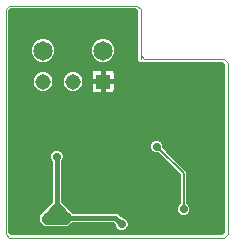
<source format=gbl>
G75*
%MOIN*%
%OFA0B0*%
%FSLAX25Y25*%
%IPPOS*%
%LPD*%
%AMOC8*
5,1,8,0,0,1.08239X$1,22.5*
%
%ADD10C,0.00000*%
%ADD11R,0.05150X0.05150*%
%ADD12C,0.05150*%
%ADD13C,0.06496*%
%ADD14C,0.01200*%
%ADD15C,0.21654*%
%ADD16C,0.02775*%
%ADD17C,0.03200*%
%ADD18C,0.01600*%
%ADD19C,0.00800*%
D10*
X0004100Y0003487D02*
X0005350Y0002238D01*
X0076913Y0002238D01*
X0078163Y0003487D01*
X0078163Y0060675D01*
X0076913Y0061925D01*
X0050350Y0061925D01*
X0049100Y0063175D01*
X0049100Y0061925D01*
X0049100Y0063175D02*
X0049100Y0078488D01*
X0047850Y0079738D01*
X0005350Y0079738D01*
X0004100Y0078488D01*
X0004100Y0003487D01*
D11*
X0036600Y0054425D03*
D12*
X0026600Y0054425D03*
X0016600Y0054425D03*
D13*
X0016600Y0064779D03*
X0036600Y0064779D03*
D14*
X0039827Y0067843D02*
X0047500Y0067843D01*
X0047500Y0066645D02*
X0040642Y0066645D01*
X0040371Y0067299D02*
X0041048Y0065664D01*
X0041048Y0063895D01*
X0040371Y0062260D01*
X0039120Y0061008D01*
X0037485Y0060331D01*
X0035715Y0060331D01*
X0034080Y0061008D01*
X0032829Y0062260D01*
X0032152Y0063895D01*
X0032152Y0065664D01*
X0032829Y0067299D01*
X0034080Y0068550D01*
X0035715Y0069227D01*
X0037485Y0069227D01*
X0039120Y0068550D01*
X0040371Y0067299D01*
X0041048Y0065446D02*
X0047500Y0065446D01*
X0047500Y0064248D02*
X0041048Y0064248D01*
X0040698Y0063049D02*
X0047500Y0063049D01*
X0047500Y0063838D02*
X0047500Y0077825D01*
X0047187Y0078138D01*
X0006013Y0078138D01*
X0005700Y0077825D01*
X0005700Y0004150D01*
X0006013Y0003837D01*
X0076250Y0003837D01*
X0076563Y0004150D01*
X0076563Y0060012D01*
X0076250Y0060325D01*
X0048437Y0060325D01*
X0047500Y0061262D01*
X0047500Y0063838D01*
X0047500Y0061851D02*
X0039962Y0061851D01*
X0038259Y0060652D02*
X0048110Y0060652D01*
X0040666Y0057617D02*
X0040775Y0057210D01*
X0040775Y0054612D01*
X0036787Y0054612D01*
X0036787Y0054238D01*
X0036787Y0050250D01*
X0039385Y0050250D01*
X0039792Y0050359D01*
X0040157Y0050570D01*
X0040455Y0050868D01*
X0040666Y0051233D01*
X0040775Y0051640D01*
X0040775Y0054238D01*
X0036787Y0054238D01*
X0036413Y0054238D01*
X0036413Y0050250D01*
X0033815Y0050250D01*
X0033408Y0050359D01*
X0033043Y0050570D01*
X0032745Y0050868D01*
X0032534Y0051233D01*
X0032425Y0051640D01*
X0032425Y0054238D01*
X0036413Y0054238D01*
X0036413Y0054612D01*
X0032425Y0054612D01*
X0032425Y0057210D01*
X0032534Y0057617D01*
X0032745Y0057982D01*
X0033043Y0058280D01*
X0033408Y0058491D01*
X0033815Y0058600D01*
X0036413Y0058600D01*
X0036413Y0054612D01*
X0036787Y0054612D01*
X0036787Y0058600D01*
X0039385Y0058600D01*
X0039792Y0058491D01*
X0040157Y0058280D01*
X0040455Y0057982D01*
X0040666Y0057617D01*
X0040775Y0057057D02*
X0076563Y0057057D01*
X0076563Y0058255D02*
X0040182Y0058255D01*
X0040775Y0055858D02*
X0076563Y0055858D01*
X0076563Y0054659D02*
X0040775Y0054659D01*
X0040775Y0053461D02*
X0076563Y0053461D01*
X0076563Y0052262D02*
X0040775Y0052262D01*
X0040568Y0051064D02*
X0076563Y0051064D01*
X0076563Y0049865D02*
X0005700Y0049865D01*
X0005700Y0051064D02*
X0014850Y0051064D01*
X0014462Y0051225D02*
X0015849Y0050650D01*
X0017351Y0050650D01*
X0018738Y0051225D01*
X0019800Y0052287D01*
X0020375Y0053674D01*
X0020375Y0055176D01*
X0019800Y0056563D01*
X0018738Y0057625D01*
X0017351Y0058200D01*
X0015849Y0058200D01*
X0014462Y0057625D01*
X0013400Y0056563D01*
X0012825Y0055176D01*
X0012825Y0053674D01*
X0013400Y0052287D01*
X0014462Y0051225D01*
X0013424Y0052262D02*
X0005700Y0052262D01*
X0005700Y0053461D02*
X0012913Y0053461D01*
X0012825Y0054659D02*
X0005700Y0054659D01*
X0005700Y0055858D02*
X0013108Y0055858D01*
X0013893Y0057057D02*
X0005700Y0057057D01*
X0005700Y0058255D02*
X0033018Y0058255D01*
X0032425Y0057057D02*
X0029307Y0057057D01*
X0029800Y0056563D02*
X0028738Y0057625D01*
X0027351Y0058200D01*
X0025849Y0058200D01*
X0024462Y0057625D01*
X0023400Y0056563D01*
X0022825Y0055176D01*
X0022825Y0053674D01*
X0023400Y0052287D01*
X0024462Y0051225D01*
X0025849Y0050650D01*
X0027351Y0050650D01*
X0028738Y0051225D01*
X0029800Y0052287D01*
X0030375Y0053674D01*
X0030375Y0055176D01*
X0029800Y0056563D01*
X0030092Y0055858D02*
X0032425Y0055858D01*
X0032425Y0054659D02*
X0030375Y0054659D01*
X0030286Y0053461D02*
X0032425Y0053461D01*
X0032425Y0052262D02*
X0029776Y0052262D01*
X0028350Y0051064D02*
X0032632Y0051064D01*
X0036413Y0051064D02*
X0036787Y0051064D01*
X0036787Y0052262D02*
X0036413Y0052262D01*
X0036413Y0053461D02*
X0036787Y0053461D01*
X0036787Y0054659D02*
X0036413Y0054659D01*
X0036413Y0055858D02*
X0036787Y0055858D01*
X0036787Y0057057D02*
X0036413Y0057057D01*
X0036413Y0058255D02*
X0036787Y0058255D01*
X0034941Y0060652D02*
X0018259Y0060652D01*
X0017485Y0060331D02*
X0019120Y0061008D01*
X0020371Y0062260D01*
X0021048Y0063895D01*
X0021048Y0065664D01*
X0020371Y0067299D01*
X0019120Y0068550D01*
X0017485Y0069227D01*
X0015715Y0069227D01*
X0014080Y0068550D01*
X0012829Y0067299D01*
X0012152Y0065664D01*
X0012152Y0063895D01*
X0012829Y0062260D01*
X0014080Y0061008D01*
X0015715Y0060331D01*
X0017485Y0060331D01*
X0014941Y0060652D02*
X0005700Y0060652D01*
X0005700Y0059454D02*
X0076563Y0059454D01*
X0076563Y0048667D02*
X0005700Y0048667D01*
X0005700Y0047468D02*
X0076563Y0047468D01*
X0076563Y0046270D02*
X0005700Y0046270D01*
X0005700Y0045071D02*
X0076563Y0045071D01*
X0076563Y0043873D02*
X0005700Y0043873D01*
X0005700Y0042674D02*
X0076563Y0042674D01*
X0076563Y0041476D02*
X0005700Y0041476D01*
X0005700Y0040277D02*
X0076563Y0040277D01*
X0076563Y0039079D02*
X0005700Y0039079D01*
X0005700Y0037880D02*
X0076563Y0037880D01*
X0076563Y0036682D02*
X0005700Y0036682D01*
X0005700Y0035483D02*
X0076563Y0035483D01*
X0076563Y0034285D02*
X0056649Y0034285D01*
X0056677Y0034257D02*
X0055949Y0034985D01*
X0054999Y0035379D01*
X0053969Y0035379D01*
X0053018Y0034985D01*
X0052290Y0034257D01*
X0051896Y0033306D01*
X0051896Y0032276D01*
X0052290Y0031325D01*
X0053018Y0030598D01*
X0053969Y0030204D01*
X0054809Y0030204D01*
X0061875Y0023137D01*
X0061875Y0013984D01*
X0061282Y0013391D01*
X0060888Y0012440D01*
X0060888Y0011410D01*
X0061282Y0010459D01*
X0062009Y0009732D01*
X0062960Y0009338D01*
X0063990Y0009338D01*
X0064941Y0009732D01*
X0065668Y0010459D01*
X0066062Y0011410D01*
X0066062Y0012440D01*
X0065668Y0013391D01*
X0065075Y0013984D01*
X0065075Y0024463D01*
X0057071Y0032466D01*
X0057071Y0033306D01*
X0056677Y0034257D01*
X0057071Y0033086D02*
X0076563Y0033086D01*
X0076563Y0031888D02*
X0057650Y0031888D01*
X0058848Y0030689D02*
X0076563Y0030689D01*
X0076563Y0029491D02*
X0060047Y0029491D01*
X0061245Y0028292D02*
X0076563Y0028292D01*
X0076563Y0027094D02*
X0062444Y0027094D01*
X0063642Y0025895D02*
X0076563Y0025895D01*
X0076563Y0024697D02*
X0064841Y0024697D01*
X0065075Y0023498D02*
X0076563Y0023498D01*
X0076563Y0022300D02*
X0065075Y0022300D01*
X0065075Y0021101D02*
X0076563Y0021101D01*
X0076563Y0019903D02*
X0065075Y0019903D01*
X0065075Y0018704D02*
X0076563Y0018704D01*
X0076563Y0017506D02*
X0065075Y0017506D01*
X0065075Y0016307D02*
X0076563Y0016307D01*
X0076563Y0015109D02*
X0065075Y0015109D01*
X0065149Y0013910D02*
X0076563Y0013910D01*
X0076563Y0012712D02*
X0065950Y0012712D01*
X0066062Y0011513D02*
X0076563Y0011513D01*
X0076563Y0010315D02*
X0065524Y0010315D01*
X0061426Y0010315D02*
X0042289Y0010315D01*
X0042662Y0009941D02*
X0041491Y0011112D01*
X0026491Y0011112D01*
X0023216Y0014387D01*
X0023216Y0027766D01*
X0023410Y0027959D01*
X0023804Y0028910D01*
X0023804Y0029940D01*
X0023410Y0030891D01*
X0022682Y0031618D01*
X0021731Y0032012D01*
X0020701Y0032012D01*
X0019750Y0031618D01*
X0019023Y0030891D01*
X0018629Y0029940D01*
X0018629Y0028910D01*
X0019023Y0027959D01*
X0019216Y0027766D01*
X0019216Y0014245D01*
X0014912Y0009941D01*
X0014912Y0007347D01*
X0016084Y0006175D01*
X0016084Y0006175D01*
X0016709Y0005550D01*
X0024928Y0005550D01*
X0026491Y0007112D01*
X0039834Y0007112D01*
X0040263Y0006684D01*
X0040263Y0006410D01*
X0040657Y0005459D01*
X0041384Y0004732D01*
X0042335Y0004338D01*
X0043365Y0004338D01*
X0044316Y0004732D01*
X0045043Y0005459D01*
X0045437Y0006410D01*
X0045437Y0007440D01*
X0045043Y0008391D01*
X0044316Y0009118D01*
X0043365Y0009512D01*
X0043091Y0009512D01*
X0042662Y0009941D01*
X0044318Y0009116D02*
X0076563Y0009116D01*
X0076563Y0007918D02*
X0045239Y0007918D01*
X0045437Y0006719D02*
X0076563Y0006719D01*
X0076563Y0005521D02*
X0045069Y0005521D01*
X0040631Y0005521D02*
X0005700Y0005521D01*
X0005700Y0006719D02*
X0015540Y0006719D01*
X0014912Y0007918D02*
X0005700Y0007918D01*
X0005700Y0009116D02*
X0014912Y0009116D01*
X0015286Y0010315D02*
X0005700Y0010315D01*
X0005700Y0011513D02*
X0016485Y0011513D01*
X0017683Y0012712D02*
X0005700Y0012712D01*
X0005700Y0013910D02*
X0018882Y0013910D01*
X0019216Y0015109D02*
X0005700Y0015109D01*
X0005700Y0016307D02*
X0019216Y0016307D01*
X0019216Y0017506D02*
X0005700Y0017506D01*
X0005700Y0018704D02*
X0019216Y0018704D01*
X0019216Y0019903D02*
X0005700Y0019903D01*
X0005700Y0021101D02*
X0019216Y0021101D01*
X0019216Y0022300D02*
X0005700Y0022300D01*
X0005700Y0023498D02*
X0019216Y0023498D01*
X0019216Y0024697D02*
X0005700Y0024697D01*
X0005700Y0025895D02*
X0019216Y0025895D01*
X0019216Y0027094D02*
X0005700Y0027094D01*
X0005700Y0028292D02*
X0018885Y0028292D01*
X0018629Y0029491D02*
X0005700Y0029491D01*
X0005700Y0030689D02*
X0018939Y0030689D01*
X0020401Y0031888D02*
X0005700Y0031888D01*
X0005700Y0033086D02*
X0051896Y0033086D01*
X0052057Y0031888D02*
X0022032Y0031888D01*
X0023493Y0030689D02*
X0052927Y0030689D01*
X0055521Y0029491D02*
X0023804Y0029491D01*
X0023548Y0028292D02*
X0056720Y0028292D01*
X0057919Y0027094D02*
X0023216Y0027094D01*
X0023216Y0025895D02*
X0059117Y0025895D01*
X0060316Y0024697D02*
X0023216Y0024697D01*
X0023216Y0023498D02*
X0061514Y0023498D01*
X0061875Y0022300D02*
X0023216Y0022300D01*
X0023216Y0021101D02*
X0061875Y0021101D01*
X0061875Y0019903D02*
X0023216Y0019903D01*
X0023216Y0018704D02*
X0061875Y0018704D01*
X0061875Y0017506D02*
X0023216Y0017506D01*
X0023216Y0016307D02*
X0061875Y0016307D01*
X0061875Y0015109D02*
X0023216Y0015109D01*
X0023693Y0013910D02*
X0061801Y0013910D01*
X0061000Y0012712D02*
X0024892Y0012712D01*
X0026090Y0011513D02*
X0060888Y0011513D01*
X0076563Y0004322D02*
X0005700Y0004322D01*
X0026097Y0006719D02*
X0040228Y0006719D01*
X0052318Y0034285D02*
X0005700Y0034285D01*
X0018350Y0051064D02*
X0024850Y0051064D01*
X0023424Y0052262D02*
X0019776Y0052262D01*
X0020286Y0053461D02*
X0022913Y0053461D01*
X0022825Y0054659D02*
X0020375Y0054659D01*
X0020092Y0055858D02*
X0023108Y0055858D01*
X0023893Y0057057D02*
X0019307Y0057057D01*
X0019962Y0061851D02*
X0033238Y0061851D01*
X0032502Y0063049D02*
X0020698Y0063049D01*
X0021048Y0064248D02*
X0032152Y0064248D01*
X0032152Y0065446D02*
X0021048Y0065446D01*
X0020642Y0066645D02*
X0032558Y0066645D01*
X0033373Y0067843D02*
X0019827Y0067843D01*
X0017933Y0069042D02*
X0035267Y0069042D01*
X0037933Y0069042D02*
X0047500Y0069042D01*
X0047500Y0070240D02*
X0005700Y0070240D01*
X0005700Y0071439D02*
X0047500Y0071439D01*
X0047500Y0072637D02*
X0005700Y0072637D01*
X0005700Y0073836D02*
X0047500Y0073836D01*
X0047500Y0075034D02*
X0005700Y0075034D01*
X0005700Y0076233D02*
X0047500Y0076233D01*
X0047500Y0077431D02*
X0005700Y0077431D01*
X0005700Y0069042D02*
X0015267Y0069042D01*
X0013373Y0067843D02*
X0005700Y0067843D01*
X0005700Y0066645D02*
X0012558Y0066645D01*
X0012152Y0065446D02*
X0005700Y0065446D01*
X0005700Y0064248D02*
X0012152Y0064248D01*
X0012502Y0063049D02*
X0005700Y0063049D01*
X0005700Y0061851D02*
X0013238Y0061851D01*
D15*
X0066167Y0047555D03*
D16*
X0054484Y0032791D03*
X0047850Y0029425D03*
X0039100Y0020675D03*
X0027850Y0020675D03*
X0021216Y0029425D03*
X0017850Y0038175D03*
X0009100Y0049425D03*
X0012225Y0021300D03*
X0017850Y0008488D03*
X0022850Y0008488D03*
X0025975Y0005050D03*
X0042850Y0006925D03*
X0058475Y0019425D03*
X0063475Y0011925D03*
D17*
X0022850Y0008488D02*
X0020975Y0008488D01*
X0017850Y0008488D01*
D18*
X0016913Y0008175D02*
X0017538Y0007550D01*
X0024100Y0007550D01*
X0025662Y0009113D01*
X0021288Y0013487D01*
X0016913Y0009113D01*
X0016913Y0008175D01*
X0016913Y0008319D02*
X0024869Y0008319D01*
X0023475Y0009113D02*
X0040663Y0009113D01*
X0042850Y0006925D01*
X0024857Y0009918D02*
X0017718Y0009918D01*
X0019316Y0011516D02*
X0023259Y0011516D01*
X0021660Y0013115D02*
X0020915Y0013115D01*
X0023475Y0009113D02*
X0022850Y0008488D01*
X0021216Y0008729D02*
X0021216Y0029425D01*
X0021216Y0008729D02*
X0020975Y0008488D01*
D19*
X0054484Y0032791D02*
X0063475Y0023800D01*
X0063475Y0011925D01*
M02*

</source>
